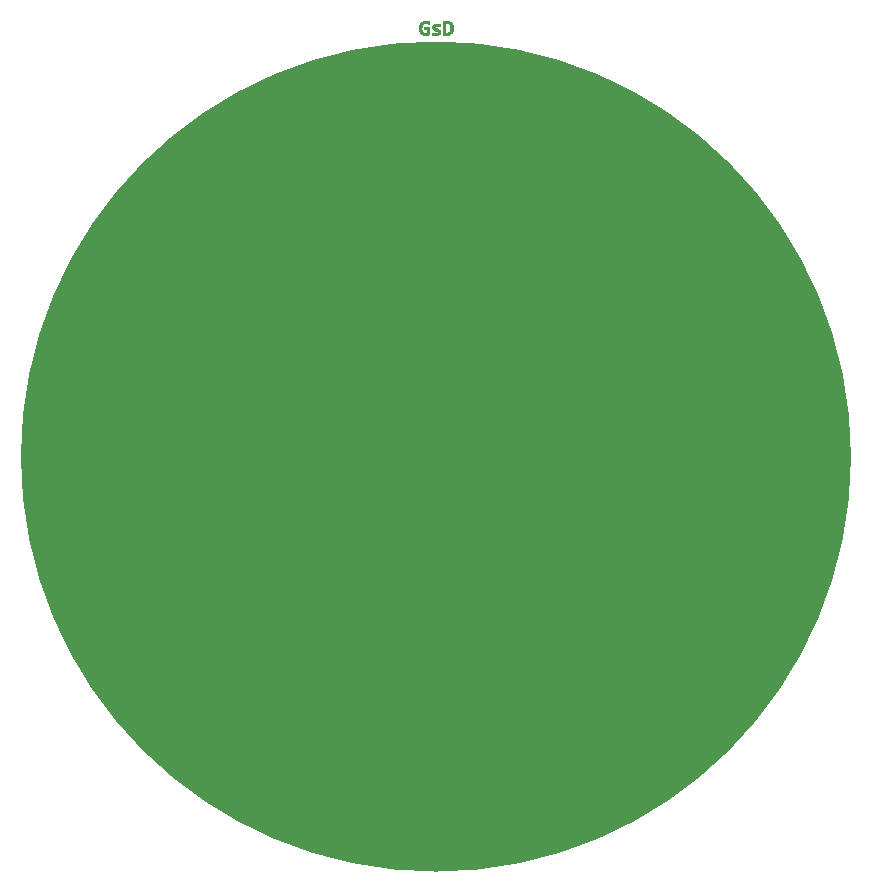
<source format=gbr>
G04 #@! TF.GenerationSoftware,KiCad,Pcbnew,5.1.4+dfsg1-1*
G04 #@! TF.CreationDate,2019-11-28T07:22:53-08:00*
G04 #@! TF.ProjectId,xmas-led-002,786d6173-2d6c-4656-942d-3030322e6b69,v1_00*
G04 #@! TF.SameCoordinates,PX6cd5f04PY3385f10*
G04 #@! TF.FileFunction,Soldermask,Top*
G04 #@! TF.FilePolarity,Negative*
%FSLAX46Y46*%
G04 Gerber Fmt 4.6, Leading zero omitted, Abs format (unit mm)*
G04 Created by KiCad (PCBNEW 5.1.4+dfsg1-1) date 2019-11-28 07:22:53*
%MOMM*%
%LPD*%
G04 APERTURE LIST*
%ADD10C,36.000000*%
%ADD11C,0.010000*%
%ADD12C,1.300000*%
%ADD13C,2.400000*%
%ADD14R,2.400000X2.400000*%
G04 APERTURE END LIST*
D10*
X53027500Y-45974000D02*
G75*
G03X53027500Y-45974000I-17150000J0D01*
G01*
D11*
G36*
X35167630Y-9088647D02*
G01*
X35210750Y-9100128D01*
X35259994Y-9118698D01*
X35285896Y-9140676D01*
X35297109Y-9179415D01*
X35301854Y-9240677D01*
X35308291Y-9352938D01*
X35238354Y-9315519D01*
X35159210Y-9289051D01*
X35046798Y-9277852D01*
X35016587Y-9277341D01*
X34904383Y-9284225D01*
X34822019Y-9310085D01*
X34759088Y-9360779D01*
X34705180Y-9442165D01*
X34697459Y-9456932D01*
X34661810Y-9559338D01*
X34648152Y-9674965D01*
X34654954Y-9793261D01*
X34680689Y-9903679D01*
X34723828Y-9995667D01*
X34782842Y-10058677D01*
X34784837Y-10060006D01*
X34859733Y-10092030D01*
X34952730Y-10109324D01*
X35041073Y-10108243D01*
X35061305Y-10104295D01*
X35088954Y-10094976D01*
X35105129Y-10077803D01*
X35112899Y-10043047D01*
X35115329Y-9980977D01*
X35115500Y-9932347D01*
X35115500Y-9774000D01*
X34882667Y-9774000D01*
X34882667Y-9604667D01*
X35306000Y-9604667D01*
X35306000Y-10234088D01*
X35182903Y-10268627D01*
X35063387Y-10292523D01*
X34941538Y-10300528D01*
X34834275Y-10291995D01*
X34797863Y-10283390D01*
X34665723Y-10224432D01*
X34563812Y-10136812D01*
X34491747Y-10019914D01*
X34449146Y-9873122D01*
X34435614Y-9699917D01*
X34449326Y-9526588D01*
X34490952Y-9383183D01*
X34562064Y-9266485D01*
X34664237Y-9173277D01*
X34706287Y-9146391D01*
X34803514Y-9106825D01*
X34923937Y-9082992D01*
X35050870Y-9076423D01*
X35167630Y-9088647D01*
X35167630Y-9088647D01*
G37*
X35167630Y-9088647D02*
X35210750Y-9100128D01*
X35259994Y-9118698D01*
X35285896Y-9140676D01*
X35297109Y-9179415D01*
X35301854Y-9240677D01*
X35308291Y-9352938D01*
X35238354Y-9315519D01*
X35159210Y-9289051D01*
X35046798Y-9277852D01*
X35016587Y-9277341D01*
X34904383Y-9284225D01*
X34822019Y-9310085D01*
X34759088Y-9360779D01*
X34705180Y-9442165D01*
X34697459Y-9456932D01*
X34661810Y-9559338D01*
X34648152Y-9674965D01*
X34654954Y-9793261D01*
X34680689Y-9903679D01*
X34723828Y-9995667D01*
X34782842Y-10058677D01*
X34784837Y-10060006D01*
X34859733Y-10092030D01*
X34952730Y-10109324D01*
X35041073Y-10108243D01*
X35061305Y-10104295D01*
X35088954Y-10094976D01*
X35105129Y-10077803D01*
X35112899Y-10043047D01*
X35115329Y-9980977D01*
X35115500Y-9932347D01*
X35115500Y-9774000D01*
X34882667Y-9774000D01*
X34882667Y-9604667D01*
X35306000Y-9604667D01*
X35306000Y-10234088D01*
X35182903Y-10268627D01*
X35063387Y-10292523D01*
X34941538Y-10300528D01*
X34834275Y-10291995D01*
X34797863Y-10283390D01*
X34665723Y-10224432D01*
X34563812Y-10136812D01*
X34491747Y-10019914D01*
X34449146Y-9873122D01*
X34435614Y-9699917D01*
X34449326Y-9526588D01*
X34490952Y-9383183D01*
X34562064Y-9266485D01*
X34664237Y-9173277D01*
X34706287Y-9146391D01*
X34803514Y-9106825D01*
X34923937Y-9082992D01*
X35050870Y-9076423D01*
X35167630Y-9088647D01*
G36*
X36032205Y-9343511D02*
G01*
X36184417Y-9361250D01*
X36197157Y-9558362D01*
X36116704Y-9539686D01*
X36028946Y-9525775D01*
X35936196Y-9521248D01*
X35853383Y-9526004D01*
X35795439Y-9539939D01*
X35791442Y-9541911D01*
X35757190Y-9579750D01*
X35754047Y-9628315D01*
X35776959Y-9663660D01*
X35809378Y-9680705D01*
X35869658Y-9704908D01*
X35945125Y-9731206D01*
X35949865Y-9732742D01*
X36056593Y-9775667D01*
X36144760Y-9827353D01*
X36172115Y-9849447D01*
X36219827Y-9899033D01*
X36242001Y-9944936D01*
X36247870Y-10007619D01*
X36247917Y-10017417D01*
X36243567Y-10082772D01*
X36224460Y-10129218D01*
X36181515Y-10176644D01*
X36170540Y-10186829D01*
X36105653Y-10235236D01*
X36034916Y-10272300D01*
X36011790Y-10280335D01*
X35929994Y-10294034D01*
X35823799Y-10299544D01*
X35710373Y-10296688D01*
X35606885Y-10285293D01*
X35602334Y-10284505D01*
X35557843Y-10274045D01*
X35535063Y-10254898D01*
X35525320Y-10214550D01*
X35521686Y-10168122D01*
X35519404Y-10107218D01*
X35524918Y-10079609D01*
X35541423Y-10076510D01*
X35553436Y-10080832D01*
X35599590Y-10091675D01*
X35673978Y-10100818D01*
X35762508Y-10107445D01*
X35851090Y-10110740D01*
X35925632Y-10109887D01*
X35969040Y-10104906D01*
X36019915Y-10077478D01*
X36036747Y-10035603D01*
X36015956Y-9989670D01*
X36010616Y-9984239D01*
X35972062Y-9959929D01*
X35906654Y-9930186D01*
X35828224Y-9901266D01*
X35824584Y-9900076D01*
X35697038Y-9848063D01*
X35608643Y-9786519D01*
X35556794Y-9712884D01*
X35538886Y-9624593D01*
X35538834Y-9618991D01*
X35557446Y-9519340D01*
X35611077Y-9439512D01*
X35696416Y-9381354D01*
X35810155Y-9346713D01*
X35948984Y-9337439D01*
X36032205Y-9343511D01*
X36032205Y-9343511D01*
G37*
X36032205Y-9343511D02*
X36184417Y-9361250D01*
X36197157Y-9558362D01*
X36116704Y-9539686D01*
X36028946Y-9525775D01*
X35936196Y-9521248D01*
X35853383Y-9526004D01*
X35795439Y-9539939D01*
X35791442Y-9541911D01*
X35757190Y-9579750D01*
X35754047Y-9628315D01*
X35776959Y-9663660D01*
X35809378Y-9680705D01*
X35869658Y-9704908D01*
X35945125Y-9731206D01*
X35949865Y-9732742D01*
X36056593Y-9775667D01*
X36144760Y-9827353D01*
X36172115Y-9849447D01*
X36219827Y-9899033D01*
X36242001Y-9944936D01*
X36247870Y-10007619D01*
X36247917Y-10017417D01*
X36243567Y-10082772D01*
X36224460Y-10129218D01*
X36181515Y-10176644D01*
X36170540Y-10186829D01*
X36105653Y-10235236D01*
X36034916Y-10272300D01*
X36011790Y-10280335D01*
X35929994Y-10294034D01*
X35823799Y-10299544D01*
X35710373Y-10296688D01*
X35606885Y-10285293D01*
X35602334Y-10284505D01*
X35557843Y-10274045D01*
X35535063Y-10254898D01*
X35525320Y-10214550D01*
X35521686Y-10168122D01*
X35519404Y-10107218D01*
X35524918Y-10079609D01*
X35541423Y-10076510D01*
X35553436Y-10080832D01*
X35599590Y-10091675D01*
X35673978Y-10100818D01*
X35762508Y-10107445D01*
X35851090Y-10110740D01*
X35925632Y-10109887D01*
X35969040Y-10104906D01*
X36019915Y-10077478D01*
X36036747Y-10035603D01*
X36015956Y-9989670D01*
X36010616Y-9984239D01*
X35972062Y-9959929D01*
X35906654Y-9930186D01*
X35828224Y-9901266D01*
X35824584Y-9900076D01*
X35697038Y-9848063D01*
X35608643Y-9786519D01*
X35556794Y-9712884D01*
X35538886Y-9624593D01*
X35538834Y-9618991D01*
X35557446Y-9519340D01*
X35611077Y-9439512D01*
X35696416Y-9381354D01*
X35810155Y-9346713D01*
X35948984Y-9337439D01*
X36032205Y-9343511D01*
G36*
X36676542Y-9096785D02*
G01*
X36843026Y-9102584D01*
X36974700Y-9121461D01*
X37077744Y-9155919D01*
X37158338Y-9208465D01*
X37222665Y-9281604D01*
X37252689Y-9330319D01*
X37279165Y-9385772D01*
X37296348Y-9445054D01*
X37306816Y-9520885D01*
X37313150Y-9625987D01*
X37313277Y-9629082D01*
X37312652Y-9784074D01*
X37295151Y-9907190D01*
X37258526Y-10006282D01*
X37200530Y-10089200D01*
X37173553Y-10117018D01*
X37104810Y-10177937D01*
X37040242Y-10220726D01*
X36969539Y-10248877D01*
X36882387Y-10265883D01*
X36768476Y-10275234D01*
X36697709Y-10278150D01*
X36449000Y-10286459D01*
X36449000Y-10118546D01*
X36639500Y-10118546D01*
X36769741Y-10106736D01*
X36863589Y-10091341D01*
X36935408Y-10066038D01*
X36953641Y-10054864D01*
X37014114Y-10004517D01*
X37054618Y-9953836D01*
X37078976Y-9892694D01*
X37091012Y-9810964D01*
X37094549Y-9698520D01*
X37094584Y-9681558D01*
X37088393Y-9541093D01*
X37067135Y-9436284D01*
X37026773Y-9361921D01*
X36963277Y-9312791D01*
X36872612Y-9283681D01*
X36777078Y-9271247D01*
X36639500Y-9260204D01*
X36639500Y-10118546D01*
X36449000Y-10118546D01*
X36449000Y-9096667D01*
X36676542Y-9096785D01*
X36676542Y-9096785D01*
G37*
X36676542Y-9096785D02*
X36843026Y-9102584D01*
X36974700Y-9121461D01*
X37077744Y-9155919D01*
X37158338Y-9208465D01*
X37222665Y-9281604D01*
X37252689Y-9330319D01*
X37279165Y-9385772D01*
X37296348Y-9445054D01*
X37306816Y-9520885D01*
X37313150Y-9625987D01*
X37313277Y-9629082D01*
X37312652Y-9784074D01*
X37295151Y-9907190D01*
X37258526Y-10006282D01*
X37200530Y-10089200D01*
X37173553Y-10117018D01*
X37104810Y-10177937D01*
X37040242Y-10220726D01*
X36969539Y-10248877D01*
X36882387Y-10265883D01*
X36768476Y-10275234D01*
X36697709Y-10278150D01*
X36449000Y-10286459D01*
X36449000Y-10118546D01*
X36639500Y-10118546D01*
X36769741Y-10106736D01*
X36863589Y-10091341D01*
X36935408Y-10066038D01*
X36953641Y-10054864D01*
X37014114Y-10004517D01*
X37054618Y-9953836D01*
X37078976Y-9892694D01*
X37091012Y-9810964D01*
X37094549Y-9698520D01*
X37094584Y-9681558D01*
X37088393Y-9541093D01*
X37067135Y-9436284D01*
X37026773Y-9361921D01*
X36963277Y-9312791D01*
X36872612Y-9283681D01*
X36777078Y-9271247D01*
X36639500Y-9260204D01*
X36639500Y-10118546D01*
X36449000Y-10118546D01*
X36449000Y-9096667D01*
X36676542Y-9096785D01*
D12*
X57677500Y-42354000D03*
X57677500Y-35554000D03*
D13*
X42077500Y-18694000D03*
D14*
X29377500Y-18694000D03*
M02*

</source>
